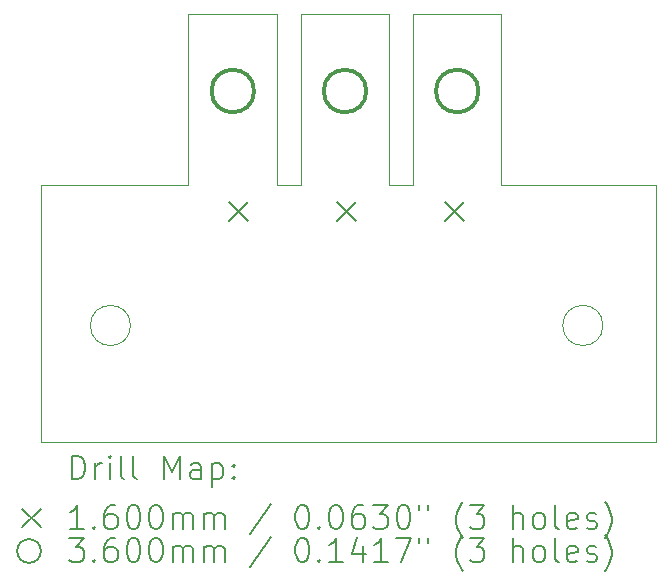
<source format=gbr>
%TF.GenerationSoftware,KiCad,Pcbnew,8.0.4*%
%TF.CreationDate,2024-08-07T12:52:22+02:00*%
%TF.ProjectId,bottom,626f7474-6f6d-42e6-9b69-6361645f7063,rev?*%
%TF.SameCoordinates,Original*%
%TF.FileFunction,Drillmap*%
%TF.FilePolarity,Positive*%
%FSLAX45Y45*%
G04 Gerber Fmt 4.5, Leading zero omitted, Abs format (unit mm)*
G04 Created by KiCad (PCBNEW 8.0.4) date 2024-08-07 12:52:22*
%MOMM*%
%LPD*%
G01*
G04 APERTURE LIST*
%ADD10C,0.100000*%
%ADD11C,0.050000*%
%ADD12C,0.200000*%
%ADD13C,0.160000*%
%ADD14C,0.360000*%
G04 APERTURE END LIST*
D10*
X19345000Y-10105000D02*
X18595000Y-10105000D01*
X20295000Y-11555000D02*
X21600000Y-11555000D01*
X18595000Y-11555000D02*
X18395000Y-11555000D01*
X16400000Y-13725000D02*
X16400000Y-11555000D01*
X17645000Y-10105000D02*
X17645000Y-11555000D01*
X18395000Y-11555000D02*
X18395000Y-10105000D01*
X19545000Y-10105000D02*
X19545000Y-11555000D01*
X16400000Y-11555000D02*
X17645000Y-11555000D01*
X20375000Y-13725000D02*
X16400000Y-13725000D01*
X21600000Y-11555000D02*
X21600000Y-13725000D01*
X21600000Y-13725000D02*
X20375000Y-13725000D01*
X18395000Y-10105000D02*
X17645000Y-10105000D01*
X20295000Y-11555000D02*
X20295000Y-10105000D01*
X18595000Y-10105000D02*
X18595000Y-11555000D01*
X19545000Y-11555000D02*
X19345000Y-11555000D01*
X20295000Y-10105000D02*
X19545000Y-10105000D01*
X19345000Y-11555000D02*
X19345000Y-10105000D01*
D11*
X17154400Y-12740000D02*
G75*
G02*
X16814400Y-12740000I-170000J0D01*
G01*
X16814400Y-12740000D02*
G75*
G02*
X17154400Y-12740000I170000J0D01*
G01*
X21154400Y-12740000D02*
G75*
G02*
X20814400Y-12740000I-170000J0D01*
G01*
X20814400Y-12740000D02*
G75*
G02*
X21154400Y-12740000I170000J0D01*
G01*
D12*
D13*
X17990000Y-11695000D02*
X18150000Y-11855000D01*
X18150000Y-11695000D02*
X17990000Y-11855000D01*
X18904400Y-11695000D02*
X19064400Y-11855000D01*
X19064400Y-11695000D02*
X18904400Y-11855000D01*
X19818800Y-11695000D02*
X19978800Y-11855000D01*
X19978800Y-11695000D02*
X19818800Y-11855000D01*
D14*
X18200000Y-10755000D02*
G75*
G02*
X17840000Y-10755000I-180000J0D01*
G01*
X17840000Y-10755000D02*
G75*
G02*
X18200000Y-10755000I180000J0D01*
G01*
X19150000Y-10755000D02*
G75*
G02*
X18790000Y-10755000I-180000J0D01*
G01*
X18790000Y-10755000D02*
G75*
G02*
X19150000Y-10755000I180000J0D01*
G01*
X20100000Y-10755000D02*
G75*
G02*
X19740000Y-10755000I-180000J0D01*
G01*
X19740000Y-10755000D02*
G75*
G02*
X20100000Y-10755000I180000J0D01*
G01*
D12*
X16655777Y-14041484D02*
X16655777Y-13841484D01*
X16655777Y-13841484D02*
X16703396Y-13841484D01*
X16703396Y-13841484D02*
X16731967Y-13851008D01*
X16731967Y-13851008D02*
X16751015Y-13870055D01*
X16751015Y-13870055D02*
X16760539Y-13889103D01*
X16760539Y-13889103D02*
X16770062Y-13927198D01*
X16770062Y-13927198D02*
X16770062Y-13955769D01*
X16770062Y-13955769D02*
X16760539Y-13993865D01*
X16760539Y-13993865D02*
X16751015Y-14012912D01*
X16751015Y-14012912D02*
X16731967Y-14031960D01*
X16731967Y-14031960D02*
X16703396Y-14041484D01*
X16703396Y-14041484D02*
X16655777Y-14041484D01*
X16855777Y-14041484D02*
X16855777Y-13908150D01*
X16855777Y-13946246D02*
X16865301Y-13927198D01*
X16865301Y-13927198D02*
X16874824Y-13917674D01*
X16874824Y-13917674D02*
X16893872Y-13908150D01*
X16893872Y-13908150D02*
X16912920Y-13908150D01*
X16979586Y-14041484D02*
X16979586Y-13908150D01*
X16979586Y-13841484D02*
X16970063Y-13851008D01*
X16970063Y-13851008D02*
X16979586Y-13860531D01*
X16979586Y-13860531D02*
X16989110Y-13851008D01*
X16989110Y-13851008D02*
X16979586Y-13841484D01*
X16979586Y-13841484D02*
X16979586Y-13860531D01*
X17103396Y-14041484D02*
X17084348Y-14031960D01*
X17084348Y-14031960D02*
X17074824Y-14012912D01*
X17074824Y-14012912D02*
X17074824Y-13841484D01*
X17208158Y-14041484D02*
X17189110Y-14031960D01*
X17189110Y-14031960D02*
X17179586Y-14012912D01*
X17179586Y-14012912D02*
X17179586Y-13841484D01*
X17436729Y-14041484D02*
X17436729Y-13841484D01*
X17436729Y-13841484D02*
X17503396Y-13984341D01*
X17503396Y-13984341D02*
X17570063Y-13841484D01*
X17570063Y-13841484D02*
X17570063Y-14041484D01*
X17751015Y-14041484D02*
X17751015Y-13936722D01*
X17751015Y-13936722D02*
X17741491Y-13917674D01*
X17741491Y-13917674D02*
X17722444Y-13908150D01*
X17722444Y-13908150D02*
X17684348Y-13908150D01*
X17684348Y-13908150D02*
X17665301Y-13917674D01*
X17751015Y-14031960D02*
X17731967Y-14041484D01*
X17731967Y-14041484D02*
X17684348Y-14041484D01*
X17684348Y-14041484D02*
X17665301Y-14031960D01*
X17665301Y-14031960D02*
X17655777Y-14012912D01*
X17655777Y-14012912D02*
X17655777Y-13993865D01*
X17655777Y-13993865D02*
X17665301Y-13974817D01*
X17665301Y-13974817D02*
X17684348Y-13965293D01*
X17684348Y-13965293D02*
X17731967Y-13965293D01*
X17731967Y-13965293D02*
X17751015Y-13955769D01*
X17846253Y-13908150D02*
X17846253Y-14108150D01*
X17846253Y-13917674D02*
X17865301Y-13908150D01*
X17865301Y-13908150D02*
X17903396Y-13908150D01*
X17903396Y-13908150D02*
X17922444Y-13917674D01*
X17922444Y-13917674D02*
X17931967Y-13927198D01*
X17931967Y-13927198D02*
X17941491Y-13946246D01*
X17941491Y-13946246D02*
X17941491Y-14003388D01*
X17941491Y-14003388D02*
X17931967Y-14022436D01*
X17931967Y-14022436D02*
X17922444Y-14031960D01*
X17922444Y-14031960D02*
X17903396Y-14041484D01*
X17903396Y-14041484D02*
X17865301Y-14041484D01*
X17865301Y-14041484D02*
X17846253Y-14031960D01*
X18027205Y-14022436D02*
X18036729Y-14031960D01*
X18036729Y-14031960D02*
X18027205Y-14041484D01*
X18027205Y-14041484D02*
X18017682Y-14031960D01*
X18017682Y-14031960D02*
X18027205Y-14022436D01*
X18027205Y-14022436D02*
X18027205Y-14041484D01*
X18027205Y-13917674D02*
X18036729Y-13927198D01*
X18036729Y-13927198D02*
X18027205Y-13936722D01*
X18027205Y-13936722D02*
X18017682Y-13927198D01*
X18017682Y-13927198D02*
X18027205Y-13917674D01*
X18027205Y-13917674D02*
X18027205Y-13936722D01*
D13*
X16235000Y-14290000D02*
X16395000Y-14450000D01*
X16395000Y-14290000D02*
X16235000Y-14450000D01*
D12*
X16760539Y-14461484D02*
X16646253Y-14461484D01*
X16703396Y-14461484D02*
X16703396Y-14261484D01*
X16703396Y-14261484D02*
X16684348Y-14290055D01*
X16684348Y-14290055D02*
X16665301Y-14309103D01*
X16665301Y-14309103D02*
X16646253Y-14318627D01*
X16846253Y-14442436D02*
X16855777Y-14451960D01*
X16855777Y-14451960D02*
X16846253Y-14461484D01*
X16846253Y-14461484D02*
X16836729Y-14451960D01*
X16836729Y-14451960D02*
X16846253Y-14442436D01*
X16846253Y-14442436D02*
X16846253Y-14461484D01*
X17027205Y-14261484D02*
X16989110Y-14261484D01*
X16989110Y-14261484D02*
X16970063Y-14271008D01*
X16970063Y-14271008D02*
X16960539Y-14280531D01*
X16960539Y-14280531D02*
X16941491Y-14309103D01*
X16941491Y-14309103D02*
X16931967Y-14347198D01*
X16931967Y-14347198D02*
X16931967Y-14423388D01*
X16931967Y-14423388D02*
X16941491Y-14442436D01*
X16941491Y-14442436D02*
X16951015Y-14451960D01*
X16951015Y-14451960D02*
X16970063Y-14461484D01*
X16970063Y-14461484D02*
X17008158Y-14461484D01*
X17008158Y-14461484D02*
X17027205Y-14451960D01*
X17027205Y-14451960D02*
X17036729Y-14442436D01*
X17036729Y-14442436D02*
X17046253Y-14423388D01*
X17046253Y-14423388D02*
X17046253Y-14375769D01*
X17046253Y-14375769D02*
X17036729Y-14356722D01*
X17036729Y-14356722D02*
X17027205Y-14347198D01*
X17027205Y-14347198D02*
X17008158Y-14337674D01*
X17008158Y-14337674D02*
X16970063Y-14337674D01*
X16970063Y-14337674D02*
X16951015Y-14347198D01*
X16951015Y-14347198D02*
X16941491Y-14356722D01*
X16941491Y-14356722D02*
X16931967Y-14375769D01*
X17170063Y-14261484D02*
X17189110Y-14261484D01*
X17189110Y-14261484D02*
X17208158Y-14271008D01*
X17208158Y-14271008D02*
X17217682Y-14280531D01*
X17217682Y-14280531D02*
X17227205Y-14299579D01*
X17227205Y-14299579D02*
X17236729Y-14337674D01*
X17236729Y-14337674D02*
X17236729Y-14385293D01*
X17236729Y-14385293D02*
X17227205Y-14423388D01*
X17227205Y-14423388D02*
X17217682Y-14442436D01*
X17217682Y-14442436D02*
X17208158Y-14451960D01*
X17208158Y-14451960D02*
X17189110Y-14461484D01*
X17189110Y-14461484D02*
X17170063Y-14461484D01*
X17170063Y-14461484D02*
X17151015Y-14451960D01*
X17151015Y-14451960D02*
X17141491Y-14442436D01*
X17141491Y-14442436D02*
X17131967Y-14423388D01*
X17131967Y-14423388D02*
X17122444Y-14385293D01*
X17122444Y-14385293D02*
X17122444Y-14337674D01*
X17122444Y-14337674D02*
X17131967Y-14299579D01*
X17131967Y-14299579D02*
X17141491Y-14280531D01*
X17141491Y-14280531D02*
X17151015Y-14271008D01*
X17151015Y-14271008D02*
X17170063Y-14261484D01*
X17360539Y-14261484D02*
X17379586Y-14261484D01*
X17379586Y-14261484D02*
X17398634Y-14271008D01*
X17398634Y-14271008D02*
X17408158Y-14280531D01*
X17408158Y-14280531D02*
X17417682Y-14299579D01*
X17417682Y-14299579D02*
X17427205Y-14337674D01*
X17427205Y-14337674D02*
X17427205Y-14385293D01*
X17427205Y-14385293D02*
X17417682Y-14423388D01*
X17417682Y-14423388D02*
X17408158Y-14442436D01*
X17408158Y-14442436D02*
X17398634Y-14451960D01*
X17398634Y-14451960D02*
X17379586Y-14461484D01*
X17379586Y-14461484D02*
X17360539Y-14461484D01*
X17360539Y-14461484D02*
X17341491Y-14451960D01*
X17341491Y-14451960D02*
X17331967Y-14442436D01*
X17331967Y-14442436D02*
X17322444Y-14423388D01*
X17322444Y-14423388D02*
X17312920Y-14385293D01*
X17312920Y-14385293D02*
X17312920Y-14337674D01*
X17312920Y-14337674D02*
X17322444Y-14299579D01*
X17322444Y-14299579D02*
X17331967Y-14280531D01*
X17331967Y-14280531D02*
X17341491Y-14271008D01*
X17341491Y-14271008D02*
X17360539Y-14261484D01*
X17512920Y-14461484D02*
X17512920Y-14328150D01*
X17512920Y-14347198D02*
X17522444Y-14337674D01*
X17522444Y-14337674D02*
X17541491Y-14328150D01*
X17541491Y-14328150D02*
X17570063Y-14328150D01*
X17570063Y-14328150D02*
X17589110Y-14337674D01*
X17589110Y-14337674D02*
X17598634Y-14356722D01*
X17598634Y-14356722D02*
X17598634Y-14461484D01*
X17598634Y-14356722D02*
X17608158Y-14337674D01*
X17608158Y-14337674D02*
X17627205Y-14328150D01*
X17627205Y-14328150D02*
X17655777Y-14328150D01*
X17655777Y-14328150D02*
X17674825Y-14337674D01*
X17674825Y-14337674D02*
X17684348Y-14356722D01*
X17684348Y-14356722D02*
X17684348Y-14461484D01*
X17779586Y-14461484D02*
X17779586Y-14328150D01*
X17779586Y-14347198D02*
X17789110Y-14337674D01*
X17789110Y-14337674D02*
X17808158Y-14328150D01*
X17808158Y-14328150D02*
X17836729Y-14328150D01*
X17836729Y-14328150D02*
X17855777Y-14337674D01*
X17855777Y-14337674D02*
X17865301Y-14356722D01*
X17865301Y-14356722D02*
X17865301Y-14461484D01*
X17865301Y-14356722D02*
X17874825Y-14337674D01*
X17874825Y-14337674D02*
X17893872Y-14328150D01*
X17893872Y-14328150D02*
X17922444Y-14328150D01*
X17922444Y-14328150D02*
X17941491Y-14337674D01*
X17941491Y-14337674D02*
X17951015Y-14356722D01*
X17951015Y-14356722D02*
X17951015Y-14461484D01*
X18341491Y-14251960D02*
X18170063Y-14509103D01*
X18598634Y-14261484D02*
X18617682Y-14261484D01*
X18617682Y-14261484D02*
X18636729Y-14271008D01*
X18636729Y-14271008D02*
X18646253Y-14280531D01*
X18646253Y-14280531D02*
X18655777Y-14299579D01*
X18655777Y-14299579D02*
X18665301Y-14337674D01*
X18665301Y-14337674D02*
X18665301Y-14385293D01*
X18665301Y-14385293D02*
X18655777Y-14423388D01*
X18655777Y-14423388D02*
X18646253Y-14442436D01*
X18646253Y-14442436D02*
X18636729Y-14451960D01*
X18636729Y-14451960D02*
X18617682Y-14461484D01*
X18617682Y-14461484D02*
X18598634Y-14461484D01*
X18598634Y-14461484D02*
X18579587Y-14451960D01*
X18579587Y-14451960D02*
X18570063Y-14442436D01*
X18570063Y-14442436D02*
X18560539Y-14423388D01*
X18560539Y-14423388D02*
X18551015Y-14385293D01*
X18551015Y-14385293D02*
X18551015Y-14337674D01*
X18551015Y-14337674D02*
X18560539Y-14299579D01*
X18560539Y-14299579D02*
X18570063Y-14280531D01*
X18570063Y-14280531D02*
X18579587Y-14271008D01*
X18579587Y-14271008D02*
X18598634Y-14261484D01*
X18751015Y-14442436D02*
X18760539Y-14451960D01*
X18760539Y-14451960D02*
X18751015Y-14461484D01*
X18751015Y-14461484D02*
X18741491Y-14451960D01*
X18741491Y-14451960D02*
X18751015Y-14442436D01*
X18751015Y-14442436D02*
X18751015Y-14461484D01*
X18884348Y-14261484D02*
X18903396Y-14261484D01*
X18903396Y-14261484D02*
X18922444Y-14271008D01*
X18922444Y-14271008D02*
X18931968Y-14280531D01*
X18931968Y-14280531D02*
X18941491Y-14299579D01*
X18941491Y-14299579D02*
X18951015Y-14337674D01*
X18951015Y-14337674D02*
X18951015Y-14385293D01*
X18951015Y-14385293D02*
X18941491Y-14423388D01*
X18941491Y-14423388D02*
X18931968Y-14442436D01*
X18931968Y-14442436D02*
X18922444Y-14451960D01*
X18922444Y-14451960D02*
X18903396Y-14461484D01*
X18903396Y-14461484D02*
X18884348Y-14461484D01*
X18884348Y-14461484D02*
X18865301Y-14451960D01*
X18865301Y-14451960D02*
X18855777Y-14442436D01*
X18855777Y-14442436D02*
X18846253Y-14423388D01*
X18846253Y-14423388D02*
X18836729Y-14385293D01*
X18836729Y-14385293D02*
X18836729Y-14337674D01*
X18836729Y-14337674D02*
X18846253Y-14299579D01*
X18846253Y-14299579D02*
X18855777Y-14280531D01*
X18855777Y-14280531D02*
X18865301Y-14271008D01*
X18865301Y-14271008D02*
X18884348Y-14261484D01*
X19122444Y-14261484D02*
X19084348Y-14261484D01*
X19084348Y-14261484D02*
X19065301Y-14271008D01*
X19065301Y-14271008D02*
X19055777Y-14280531D01*
X19055777Y-14280531D02*
X19036729Y-14309103D01*
X19036729Y-14309103D02*
X19027206Y-14347198D01*
X19027206Y-14347198D02*
X19027206Y-14423388D01*
X19027206Y-14423388D02*
X19036729Y-14442436D01*
X19036729Y-14442436D02*
X19046253Y-14451960D01*
X19046253Y-14451960D02*
X19065301Y-14461484D01*
X19065301Y-14461484D02*
X19103396Y-14461484D01*
X19103396Y-14461484D02*
X19122444Y-14451960D01*
X19122444Y-14451960D02*
X19131968Y-14442436D01*
X19131968Y-14442436D02*
X19141491Y-14423388D01*
X19141491Y-14423388D02*
X19141491Y-14375769D01*
X19141491Y-14375769D02*
X19131968Y-14356722D01*
X19131968Y-14356722D02*
X19122444Y-14347198D01*
X19122444Y-14347198D02*
X19103396Y-14337674D01*
X19103396Y-14337674D02*
X19065301Y-14337674D01*
X19065301Y-14337674D02*
X19046253Y-14347198D01*
X19046253Y-14347198D02*
X19036729Y-14356722D01*
X19036729Y-14356722D02*
X19027206Y-14375769D01*
X19208158Y-14261484D02*
X19331968Y-14261484D01*
X19331968Y-14261484D02*
X19265301Y-14337674D01*
X19265301Y-14337674D02*
X19293872Y-14337674D01*
X19293872Y-14337674D02*
X19312920Y-14347198D01*
X19312920Y-14347198D02*
X19322444Y-14356722D01*
X19322444Y-14356722D02*
X19331968Y-14375769D01*
X19331968Y-14375769D02*
X19331968Y-14423388D01*
X19331968Y-14423388D02*
X19322444Y-14442436D01*
X19322444Y-14442436D02*
X19312920Y-14451960D01*
X19312920Y-14451960D02*
X19293872Y-14461484D01*
X19293872Y-14461484D02*
X19236729Y-14461484D01*
X19236729Y-14461484D02*
X19217682Y-14451960D01*
X19217682Y-14451960D02*
X19208158Y-14442436D01*
X19455777Y-14261484D02*
X19474825Y-14261484D01*
X19474825Y-14261484D02*
X19493872Y-14271008D01*
X19493872Y-14271008D02*
X19503396Y-14280531D01*
X19503396Y-14280531D02*
X19512920Y-14299579D01*
X19512920Y-14299579D02*
X19522444Y-14337674D01*
X19522444Y-14337674D02*
X19522444Y-14385293D01*
X19522444Y-14385293D02*
X19512920Y-14423388D01*
X19512920Y-14423388D02*
X19503396Y-14442436D01*
X19503396Y-14442436D02*
X19493872Y-14451960D01*
X19493872Y-14451960D02*
X19474825Y-14461484D01*
X19474825Y-14461484D02*
X19455777Y-14461484D01*
X19455777Y-14461484D02*
X19436729Y-14451960D01*
X19436729Y-14451960D02*
X19427206Y-14442436D01*
X19427206Y-14442436D02*
X19417682Y-14423388D01*
X19417682Y-14423388D02*
X19408158Y-14385293D01*
X19408158Y-14385293D02*
X19408158Y-14337674D01*
X19408158Y-14337674D02*
X19417682Y-14299579D01*
X19417682Y-14299579D02*
X19427206Y-14280531D01*
X19427206Y-14280531D02*
X19436729Y-14271008D01*
X19436729Y-14271008D02*
X19455777Y-14261484D01*
X19598634Y-14261484D02*
X19598634Y-14299579D01*
X19674825Y-14261484D02*
X19674825Y-14299579D01*
X19970063Y-14537674D02*
X19960539Y-14528150D01*
X19960539Y-14528150D02*
X19941491Y-14499579D01*
X19941491Y-14499579D02*
X19931968Y-14480531D01*
X19931968Y-14480531D02*
X19922444Y-14451960D01*
X19922444Y-14451960D02*
X19912920Y-14404341D01*
X19912920Y-14404341D02*
X19912920Y-14366246D01*
X19912920Y-14366246D02*
X19922444Y-14318627D01*
X19922444Y-14318627D02*
X19931968Y-14290055D01*
X19931968Y-14290055D02*
X19941491Y-14271008D01*
X19941491Y-14271008D02*
X19960539Y-14242436D01*
X19960539Y-14242436D02*
X19970063Y-14232912D01*
X20027206Y-14261484D02*
X20151015Y-14261484D01*
X20151015Y-14261484D02*
X20084349Y-14337674D01*
X20084349Y-14337674D02*
X20112920Y-14337674D01*
X20112920Y-14337674D02*
X20131968Y-14347198D01*
X20131968Y-14347198D02*
X20141491Y-14356722D01*
X20141491Y-14356722D02*
X20151015Y-14375769D01*
X20151015Y-14375769D02*
X20151015Y-14423388D01*
X20151015Y-14423388D02*
X20141491Y-14442436D01*
X20141491Y-14442436D02*
X20131968Y-14451960D01*
X20131968Y-14451960D02*
X20112920Y-14461484D01*
X20112920Y-14461484D02*
X20055777Y-14461484D01*
X20055777Y-14461484D02*
X20036730Y-14451960D01*
X20036730Y-14451960D02*
X20027206Y-14442436D01*
X20389111Y-14461484D02*
X20389111Y-14261484D01*
X20474825Y-14461484D02*
X20474825Y-14356722D01*
X20474825Y-14356722D02*
X20465301Y-14337674D01*
X20465301Y-14337674D02*
X20446253Y-14328150D01*
X20446253Y-14328150D02*
X20417682Y-14328150D01*
X20417682Y-14328150D02*
X20398634Y-14337674D01*
X20398634Y-14337674D02*
X20389111Y-14347198D01*
X20598634Y-14461484D02*
X20579587Y-14451960D01*
X20579587Y-14451960D02*
X20570063Y-14442436D01*
X20570063Y-14442436D02*
X20560539Y-14423388D01*
X20560539Y-14423388D02*
X20560539Y-14366246D01*
X20560539Y-14366246D02*
X20570063Y-14347198D01*
X20570063Y-14347198D02*
X20579587Y-14337674D01*
X20579587Y-14337674D02*
X20598634Y-14328150D01*
X20598634Y-14328150D02*
X20627206Y-14328150D01*
X20627206Y-14328150D02*
X20646253Y-14337674D01*
X20646253Y-14337674D02*
X20655777Y-14347198D01*
X20655777Y-14347198D02*
X20665301Y-14366246D01*
X20665301Y-14366246D02*
X20665301Y-14423388D01*
X20665301Y-14423388D02*
X20655777Y-14442436D01*
X20655777Y-14442436D02*
X20646253Y-14451960D01*
X20646253Y-14451960D02*
X20627206Y-14461484D01*
X20627206Y-14461484D02*
X20598634Y-14461484D01*
X20779587Y-14461484D02*
X20760539Y-14451960D01*
X20760539Y-14451960D02*
X20751015Y-14432912D01*
X20751015Y-14432912D02*
X20751015Y-14261484D01*
X20931968Y-14451960D02*
X20912920Y-14461484D01*
X20912920Y-14461484D02*
X20874825Y-14461484D01*
X20874825Y-14461484D02*
X20855777Y-14451960D01*
X20855777Y-14451960D02*
X20846253Y-14432912D01*
X20846253Y-14432912D02*
X20846253Y-14356722D01*
X20846253Y-14356722D02*
X20855777Y-14337674D01*
X20855777Y-14337674D02*
X20874825Y-14328150D01*
X20874825Y-14328150D02*
X20912920Y-14328150D01*
X20912920Y-14328150D02*
X20931968Y-14337674D01*
X20931968Y-14337674D02*
X20941492Y-14356722D01*
X20941492Y-14356722D02*
X20941492Y-14375769D01*
X20941492Y-14375769D02*
X20846253Y-14394817D01*
X21017682Y-14451960D02*
X21036730Y-14461484D01*
X21036730Y-14461484D02*
X21074825Y-14461484D01*
X21074825Y-14461484D02*
X21093873Y-14451960D01*
X21093873Y-14451960D02*
X21103396Y-14432912D01*
X21103396Y-14432912D02*
X21103396Y-14423388D01*
X21103396Y-14423388D02*
X21093873Y-14404341D01*
X21093873Y-14404341D02*
X21074825Y-14394817D01*
X21074825Y-14394817D02*
X21046253Y-14394817D01*
X21046253Y-14394817D02*
X21027206Y-14385293D01*
X21027206Y-14385293D02*
X21017682Y-14366246D01*
X21017682Y-14366246D02*
X21017682Y-14356722D01*
X21017682Y-14356722D02*
X21027206Y-14337674D01*
X21027206Y-14337674D02*
X21046253Y-14328150D01*
X21046253Y-14328150D02*
X21074825Y-14328150D01*
X21074825Y-14328150D02*
X21093873Y-14337674D01*
X21170063Y-14537674D02*
X21179587Y-14528150D01*
X21179587Y-14528150D02*
X21198634Y-14499579D01*
X21198634Y-14499579D02*
X21208158Y-14480531D01*
X21208158Y-14480531D02*
X21217682Y-14451960D01*
X21217682Y-14451960D02*
X21227206Y-14404341D01*
X21227206Y-14404341D02*
X21227206Y-14366246D01*
X21227206Y-14366246D02*
X21217682Y-14318627D01*
X21217682Y-14318627D02*
X21208158Y-14290055D01*
X21208158Y-14290055D02*
X21198634Y-14271008D01*
X21198634Y-14271008D02*
X21179587Y-14242436D01*
X21179587Y-14242436D02*
X21170063Y-14232912D01*
X16395000Y-14650000D02*
G75*
G02*
X16195000Y-14650000I-100000J0D01*
G01*
X16195000Y-14650000D02*
G75*
G02*
X16395000Y-14650000I100000J0D01*
G01*
X16636729Y-14541484D02*
X16760539Y-14541484D01*
X16760539Y-14541484D02*
X16693872Y-14617674D01*
X16693872Y-14617674D02*
X16722443Y-14617674D01*
X16722443Y-14617674D02*
X16741491Y-14627198D01*
X16741491Y-14627198D02*
X16751015Y-14636722D01*
X16751015Y-14636722D02*
X16760539Y-14655769D01*
X16760539Y-14655769D02*
X16760539Y-14703388D01*
X16760539Y-14703388D02*
X16751015Y-14722436D01*
X16751015Y-14722436D02*
X16741491Y-14731960D01*
X16741491Y-14731960D02*
X16722443Y-14741484D01*
X16722443Y-14741484D02*
X16665301Y-14741484D01*
X16665301Y-14741484D02*
X16646253Y-14731960D01*
X16646253Y-14731960D02*
X16636729Y-14722436D01*
X16846253Y-14722436D02*
X16855777Y-14731960D01*
X16855777Y-14731960D02*
X16846253Y-14741484D01*
X16846253Y-14741484D02*
X16836729Y-14731960D01*
X16836729Y-14731960D02*
X16846253Y-14722436D01*
X16846253Y-14722436D02*
X16846253Y-14741484D01*
X17027205Y-14541484D02*
X16989110Y-14541484D01*
X16989110Y-14541484D02*
X16970063Y-14551008D01*
X16970063Y-14551008D02*
X16960539Y-14560531D01*
X16960539Y-14560531D02*
X16941491Y-14589103D01*
X16941491Y-14589103D02*
X16931967Y-14627198D01*
X16931967Y-14627198D02*
X16931967Y-14703388D01*
X16931967Y-14703388D02*
X16941491Y-14722436D01*
X16941491Y-14722436D02*
X16951015Y-14731960D01*
X16951015Y-14731960D02*
X16970063Y-14741484D01*
X16970063Y-14741484D02*
X17008158Y-14741484D01*
X17008158Y-14741484D02*
X17027205Y-14731960D01*
X17027205Y-14731960D02*
X17036729Y-14722436D01*
X17036729Y-14722436D02*
X17046253Y-14703388D01*
X17046253Y-14703388D02*
X17046253Y-14655769D01*
X17046253Y-14655769D02*
X17036729Y-14636722D01*
X17036729Y-14636722D02*
X17027205Y-14627198D01*
X17027205Y-14627198D02*
X17008158Y-14617674D01*
X17008158Y-14617674D02*
X16970063Y-14617674D01*
X16970063Y-14617674D02*
X16951015Y-14627198D01*
X16951015Y-14627198D02*
X16941491Y-14636722D01*
X16941491Y-14636722D02*
X16931967Y-14655769D01*
X17170063Y-14541484D02*
X17189110Y-14541484D01*
X17189110Y-14541484D02*
X17208158Y-14551008D01*
X17208158Y-14551008D02*
X17217682Y-14560531D01*
X17217682Y-14560531D02*
X17227205Y-14579579D01*
X17227205Y-14579579D02*
X17236729Y-14617674D01*
X17236729Y-14617674D02*
X17236729Y-14665293D01*
X17236729Y-14665293D02*
X17227205Y-14703388D01*
X17227205Y-14703388D02*
X17217682Y-14722436D01*
X17217682Y-14722436D02*
X17208158Y-14731960D01*
X17208158Y-14731960D02*
X17189110Y-14741484D01*
X17189110Y-14741484D02*
X17170063Y-14741484D01*
X17170063Y-14741484D02*
X17151015Y-14731960D01*
X17151015Y-14731960D02*
X17141491Y-14722436D01*
X17141491Y-14722436D02*
X17131967Y-14703388D01*
X17131967Y-14703388D02*
X17122444Y-14665293D01*
X17122444Y-14665293D02*
X17122444Y-14617674D01*
X17122444Y-14617674D02*
X17131967Y-14579579D01*
X17131967Y-14579579D02*
X17141491Y-14560531D01*
X17141491Y-14560531D02*
X17151015Y-14551008D01*
X17151015Y-14551008D02*
X17170063Y-14541484D01*
X17360539Y-14541484D02*
X17379586Y-14541484D01*
X17379586Y-14541484D02*
X17398634Y-14551008D01*
X17398634Y-14551008D02*
X17408158Y-14560531D01*
X17408158Y-14560531D02*
X17417682Y-14579579D01*
X17417682Y-14579579D02*
X17427205Y-14617674D01*
X17427205Y-14617674D02*
X17427205Y-14665293D01*
X17427205Y-14665293D02*
X17417682Y-14703388D01*
X17417682Y-14703388D02*
X17408158Y-14722436D01*
X17408158Y-14722436D02*
X17398634Y-14731960D01*
X17398634Y-14731960D02*
X17379586Y-14741484D01*
X17379586Y-14741484D02*
X17360539Y-14741484D01*
X17360539Y-14741484D02*
X17341491Y-14731960D01*
X17341491Y-14731960D02*
X17331967Y-14722436D01*
X17331967Y-14722436D02*
X17322444Y-14703388D01*
X17322444Y-14703388D02*
X17312920Y-14665293D01*
X17312920Y-14665293D02*
X17312920Y-14617674D01*
X17312920Y-14617674D02*
X17322444Y-14579579D01*
X17322444Y-14579579D02*
X17331967Y-14560531D01*
X17331967Y-14560531D02*
X17341491Y-14551008D01*
X17341491Y-14551008D02*
X17360539Y-14541484D01*
X17512920Y-14741484D02*
X17512920Y-14608150D01*
X17512920Y-14627198D02*
X17522444Y-14617674D01*
X17522444Y-14617674D02*
X17541491Y-14608150D01*
X17541491Y-14608150D02*
X17570063Y-14608150D01*
X17570063Y-14608150D02*
X17589110Y-14617674D01*
X17589110Y-14617674D02*
X17598634Y-14636722D01*
X17598634Y-14636722D02*
X17598634Y-14741484D01*
X17598634Y-14636722D02*
X17608158Y-14617674D01*
X17608158Y-14617674D02*
X17627205Y-14608150D01*
X17627205Y-14608150D02*
X17655777Y-14608150D01*
X17655777Y-14608150D02*
X17674825Y-14617674D01*
X17674825Y-14617674D02*
X17684348Y-14636722D01*
X17684348Y-14636722D02*
X17684348Y-14741484D01*
X17779586Y-14741484D02*
X17779586Y-14608150D01*
X17779586Y-14627198D02*
X17789110Y-14617674D01*
X17789110Y-14617674D02*
X17808158Y-14608150D01*
X17808158Y-14608150D02*
X17836729Y-14608150D01*
X17836729Y-14608150D02*
X17855777Y-14617674D01*
X17855777Y-14617674D02*
X17865301Y-14636722D01*
X17865301Y-14636722D02*
X17865301Y-14741484D01*
X17865301Y-14636722D02*
X17874825Y-14617674D01*
X17874825Y-14617674D02*
X17893872Y-14608150D01*
X17893872Y-14608150D02*
X17922444Y-14608150D01*
X17922444Y-14608150D02*
X17941491Y-14617674D01*
X17941491Y-14617674D02*
X17951015Y-14636722D01*
X17951015Y-14636722D02*
X17951015Y-14741484D01*
X18341491Y-14531960D02*
X18170063Y-14789103D01*
X18598634Y-14541484D02*
X18617682Y-14541484D01*
X18617682Y-14541484D02*
X18636729Y-14551008D01*
X18636729Y-14551008D02*
X18646253Y-14560531D01*
X18646253Y-14560531D02*
X18655777Y-14579579D01*
X18655777Y-14579579D02*
X18665301Y-14617674D01*
X18665301Y-14617674D02*
X18665301Y-14665293D01*
X18665301Y-14665293D02*
X18655777Y-14703388D01*
X18655777Y-14703388D02*
X18646253Y-14722436D01*
X18646253Y-14722436D02*
X18636729Y-14731960D01*
X18636729Y-14731960D02*
X18617682Y-14741484D01*
X18617682Y-14741484D02*
X18598634Y-14741484D01*
X18598634Y-14741484D02*
X18579587Y-14731960D01*
X18579587Y-14731960D02*
X18570063Y-14722436D01*
X18570063Y-14722436D02*
X18560539Y-14703388D01*
X18560539Y-14703388D02*
X18551015Y-14665293D01*
X18551015Y-14665293D02*
X18551015Y-14617674D01*
X18551015Y-14617674D02*
X18560539Y-14579579D01*
X18560539Y-14579579D02*
X18570063Y-14560531D01*
X18570063Y-14560531D02*
X18579587Y-14551008D01*
X18579587Y-14551008D02*
X18598634Y-14541484D01*
X18751015Y-14722436D02*
X18760539Y-14731960D01*
X18760539Y-14731960D02*
X18751015Y-14741484D01*
X18751015Y-14741484D02*
X18741491Y-14731960D01*
X18741491Y-14731960D02*
X18751015Y-14722436D01*
X18751015Y-14722436D02*
X18751015Y-14741484D01*
X18951015Y-14741484D02*
X18836729Y-14741484D01*
X18893872Y-14741484D02*
X18893872Y-14541484D01*
X18893872Y-14541484D02*
X18874825Y-14570055D01*
X18874825Y-14570055D02*
X18855777Y-14589103D01*
X18855777Y-14589103D02*
X18836729Y-14598627D01*
X19122444Y-14608150D02*
X19122444Y-14741484D01*
X19074825Y-14531960D02*
X19027206Y-14674817D01*
X19027206Y-14674817D02*
X19151015Y-14674817D01*
X19331968Y-14741484D02*
X19217682Y-14741484D01*
X19274825Y-14741484D02*
X19274825Y-14541484D01*
X19274825Y-14541484D02*
X19255777Y-14570055D01*
X19255777Y-14570055D02*
X19236729Y-14589103D01*
X19236729Y-14589103D02*
X19217682Y-14598627D01*
X19398634Y-14541484D02*
X19531968Y-14541484D01*
X19531968Y-14541484D02*
X19446253Y-14741484D01*
X19598634Y-14541484D02*
X19598634Y-14579579D01*
X19674825Y-14541484D02*
X19674825Y-14579579D01*
X19970063Y-14817674D02*
X19960539Y-14808150D01*
X19960539Y-14808150D02*
X19941491Y-14779579D01*
X19941491Y-14779579D02*
X19931968Y-14760531D01*
X19931968Y-14760531D02*
X19922444Y-14731960D01*
X19922444Y-14731960D02*
X19912920Y-14684341D01*
X19912920Y-14684341D02*
X19912920Y-14646246D01*
X19912920Y-14646246D02*
X19922444Y-14598627D01*
X19922444Y-14598627D02*
X19931968Y-14570055D01*
X19931968Y-14570055D02*
X19941491Y-14551008D01*
X19941491Y-14551008D02*
X19960539Y-14522436D01*
X19960539Y-14522436D02*
X19970063Y-14512912D01*
X20027206Y-14541484D02*
X20151015Y-14541484D01*
X20151015Y-14541484D02*
X20084349Y-14617674D01*
X20084349Y-14617674D02*
X20112920Y-14617674D01*
X20112920Y-14617674D02*
X20131968Y-14627198D01*
X20131968Y-14627198D02*
X20141491Y-14636722D01*
X20141491Y-14636722D02*
X20151015Y-14655769D01*
X20151015Y-14655769D02*
X20151015Y-14703388D01*
X20151015Y-14703388D02*
X20141491Y-14722436D01*
X20141491Y-14722436D02*
X20131968Y-14731960D01*
X20131968Y-14731960D02*
X20112920Y-14741484D01*
X20112920Y-14741484D02*
X20055777Y-14741484D01*
X20055777Y-14741484D02*
X20036730Y-14731960D01*
X20036730Y-14731960D02*
X20027206Y-14722436D01*
X20389111Y-14741484D02*
X20389111Y-14541484D01*
X20474825Y-14741484D02*
X20474825Y-14636722D01*
X20474825Y-14636722D02*
X20465301Y-14617674D01*
X20465301Y-14617674D02*
X20446253Y-14608150D01*
X20446253Y-14608150D02*
X20417682Y-14608150D01*
X20417682Y-14608150D02*
X20398634Y-14617674D01*
X20398634Y-14617674D02*
X20389111Y-14627198D01*
X20598634Y-14741484D02*
X20579587Y-14731960D01*
X20579587Y-14731960D02*
X20570063Y-14722436D01*
X20570063Y-14722436D02*
X20560539Y-14703388D01*
X20560539Y-14703388D02*
X20560539Y-14646246D01*
X20560539Y-14646246D02*
X20570063Y-14627198D01*
X20570063Y-14627198D02*
X20579587Y-14617674D01*
X20579587Y-14617674D02*
X20598634Y-14608150D01*
X20598634Y-14608150D02*
X20627206Y-14608150D01*
X20627206Y-14608150D02*
X20646253Y-14617674D01*
X20646253Y-14617674D02*
X20655777Y-14627198D01*
X20655777Y-14627198D02*
X20665301Y-14646246D01*
X20665301Y-14646246D02*
X20665301Y-14703388D01*
X20665301Y-14703388D02*
X20655777Y-14722436D01*
X20655777Y-14722436D02*
X20646253Y-14731960D01*
X20646253Y-14731960D02*
X20627206Y-14741484D01*
X20627206Y-14741484D02*
X20598634Y-14741484D01*
X20779587Y-14741484D02*
X20760539Y-14731960D01*
X20760539Y-14731960D02*
X20751015Y-14712912D01*
X20751015Y-14712912D02*
X20751015Y-14541484D01*
X20931968Y-14731960D02*
X20912920Y-14741484D01*
X20912920Y-14741484D02*
X20874825Y-14741484D01*
X20874825Y-14741484D02*
X20855777Y-14731960D01*
X20855777Y-14731960D02*
X20846253Y-14712912D01*
X20846253Y-14712912D02*
X20846253Y-14636722D01*
X20846253Y-14636722D02*
X20855777Y-14617674D01*
X20855777Y-14617674D02*
X20874825Y-14608150D01*
X20874825Y-14608150D02*
X20912920Y-14608150D01*
X20912920Y-14608150D02*
X20931968Y-14617674D01*
X20931968Y-14617674D02*
X20941492Y-14636722D01*
X20941492Y-14636722D02*
X20941492Y-14655769D01*
X20941492Y-14655769D02*
X20846253Y-14674817D01*
X21017682Y-14731960D02*
X21036730Y-14741484D01*
X21036730Y-14741484D02*
X21074825Y-14741484D01*
X21074825Y-14741484D02*
X21093873Y-14731960D01*
X21093873Y-14731960D02*
X21103396Y-14712912D01*
X21103396Y-14712912D02*
X21103396Y-14703388D01*
X21103396Y-14703388D02*
X21093873Y-14684341D01*
X21093873Y-14684341D02*
X21074825Y-14674817D01*
X21074825Y-14674817D02*
X21046253Y-14674817D01*
X21046253Y-14674817D02*
X21027206Y-14665293D01*
X21027206Y-14665293D02*
X21017682Y-14646246D01*
X21017682Y-14646246D02*
X21017682Y-14636722D01*
X21017682Y-14636722D02*
X21027206Y-14617674D01*
X21027206Y-14617674D02*
X21046253Y-14608150D01*
X21046253Y-14608150D02*
X21074825Y-14608150D01*
X21074825Y-14608150D02*
X21093873Y-14617674D01*
X21170063Y-14817674D02*
X21179587Y-14808150D01*
X21179587Y-14808150D02*
X21198634Y-14779579D01*
X21198634Y-14779579D02*
X21208158Y-14760531D01*
X21208158Y-14760531D02*
X21217682Y-14731960D01*
X21217682Y-14731960D02*
X21227206Y-14684341D01*
X21227206Y-14684341D02*
X21227206Y-14646246D01*
X21227206Y-14646246D02*
X21217682Y-14598627D01*
X21217682Y-14598627D02*
X21208158Y-14570055D01*
X21208158Y-14570055D02*
X21198634Y-14551008D01*
X21198634Y-14551008D02*
X21179587Y-14522436D01*
X21179587Y-14522436D02*
X21170063Y-14512912D01*
M02*

</source>
